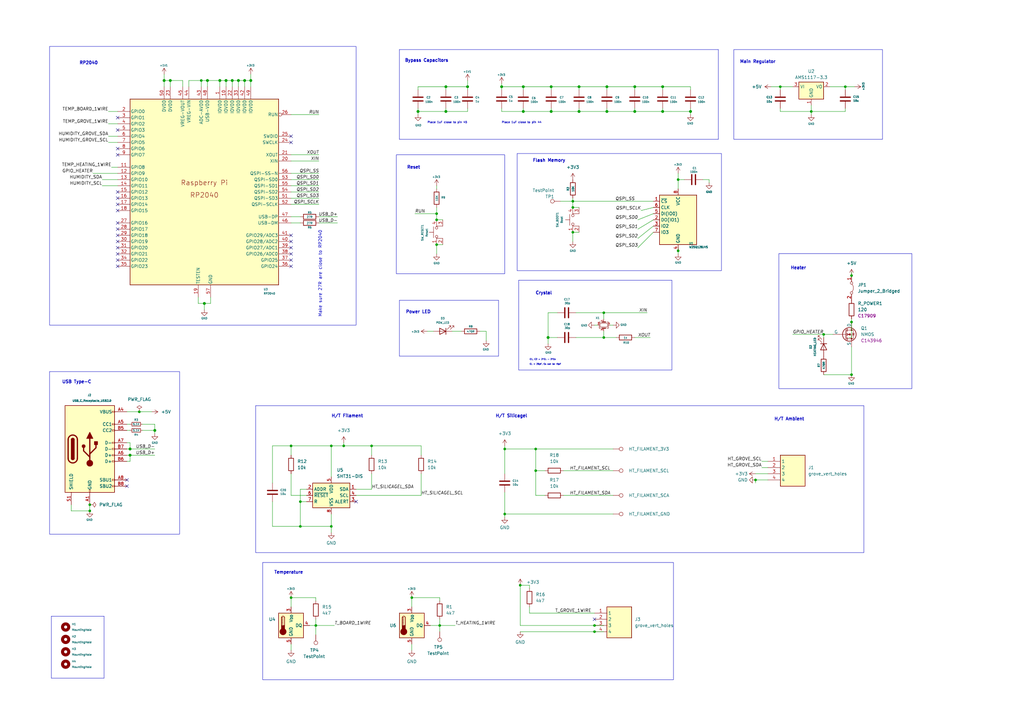
<source format=kicad_sch>
(kicad_sch (version 20230121) (generator eeschema)
  (paper "A3")
  (title_block (title "2023_filament_dryer") (date "2023-07-29") (rev "0.5") (company "Salami Brother") (comment 1 "Designed by Vishnu Mohanan") (comment 2 "Copyright 2021-2023 CIRCUITSTATE Electronics LLP") (comment 3 "Released under MIT Open-source License") (comment 4 "Based on work from Vishnu Mohanan, CIRCUITSTATE Electronics LLP"))
  (junction (at 237.49 35.56) (diameter 1.016))
  (junction (at 69.85 33.02) (diameter 1.016))
  (junction (at 224.79 138.43) (diameter 1.016))
  (junction (at 237.49 45.72) (diameter 1.016))
  (junction (at 349.25 132.08))
  (junction (at 226.06 45.72) (diameter 1.016))
  (junction (at 271.78 45.72) (diameter 1.016))
  (junction (at 179.07 90.17))
  (junction (at 260.35 45.72) (diameter 1.016))
  (junction (at 320.04 35.56))
  (junction (at 180.34 256.54))
  (junction (at 243.84 259.08))
  (junction (at 123.19 205.74))
  (junction (at 83.82 124.46) (diameter 1.016))
  (junction (at 140.97 182.88))
  (junction (at 234.95 85.09))
  (junction (at 123.19 215.9))
  (junction (at 243.84 256.54))
  (junction (at 53.34 186.69) (diameter 1.016))
  (junction (at 82.55 33.02))
  (junction (at 205.74 35.56) (diameter 1.016))
  (junction (at 260.35 35.56) (diameter 1.016))
  (junction (at 102.87 33.02) (diameter 1.016))
  (junction (at 171.45 45.72) (diameter 1.016))
  (junction (at 349.25 113.03))
  (junction (at 234.95 82.55))
  (junction (at 278.13 102.87))
  (junction (at 214.63 45.72) (diameter 1.016))
  (junction (at 346.71 35.56))
  (junction (at 248.92 35.56) (diameter 1.016))
  (junction (at 207.01 210.82))
  (junction (at 36.83 209.55))
  (junction (at 92.71 33.02) (diameter 1.016))
  (junction (at 179.07 100.33))
  (junction (at 219.71 193.04))
  (junction (at 213.36 240.03))
  (junction (at 53.34 184.15) (diameter 1.016))
  (junction (at 309.88 196.85))
  (junction (at 191.77 35.56) (diameter 1.016))
  (junction (at 207.01 184.15))
  (junction (at 182.88 35.56) (diameter 1.016))
  (junction (at 135.89 182.88))
  (junction (at 129.54 256.54))
  (junction (at 97.79 33.02) (diameter 1.016))
  (junction (at 214.63 35.56) (diameter 1.016))
  (junction (at 57.15 168.91))
  (junction (at 168.91 245.11))
  (junction (at 152.4 182.88))
  (junction (at 100.33 33.02) (diameter 1.016))
  (junction (at 67.31 33.02) (diameter 1.016))
  (junction (at 119.38 182.88))
  (junction (at 337.82 137.16))
  (junction (at 95.25 33.02) (diameter 1.016))
  (junction (at 332.74 45.72))
  (junction (at 248.92 45.72) (diameter 1.016))
  (junction (at 135.89 215.9))
  (junction (at 349.25 153.67))
  (junction (at 85.09 33.02) (diameter 1.016))
  (junction (at 271.78 35.56) (diameter 1.016))
  (junction (at 247.65 138.43))
  (junction (at 278.13 73.66))
  (junction (at 179.07 87.63))
  (junction (at 90.17 33.02) (diameter 1.016))
  (junction (at 219.71 184.15))
  (junction (at 234.95 95.25))
  (junction (at 226.06 35.56) (diameter 1.016))
  (junction (at 283.21 45.72) (diameter 1.016))
  (junction (at 182.88 45.72) (diameter 1.016))
  (junction (at 119.38 245.11))
  (junction (at 63.5 176.53) (diameter 1.016))
  (junction (at 36.83 207.01))
  (junction (at 247.65 128.27))
  (no_connect (at 48.26 109.22))
  (no_connect (at 48.26 96.52))
  (no_connect (at 48.26 99.06))
  (no_connect (at 52.07 196.85))
  (no_connect (at 52.07 199.39))
  (no_connect (at 48.26 86.36))
  (no_connect (at 48.26 91.44))
  (no_connect (at 48.26 60.96))
  (no_connect (at 119.38 109.22))
  (no_connect (at 119.38 58.42))
  (no_connect (at 48.26 48.26))
  (no_connect (at 48.26 81.28))
  (no_connect (at 119.38 99.06))
  (no_connect (at 146.05 205.74))
  (no_connect (at 48.26 101.6))
  (no_connect (at 48.26 104.14))
  (no_connect (at 48.26 106.68))
  (no_connect (at 48.26 78.74))
  (no_connect (at 119.38 101.6))
  (no_connect (at 48.26 63.5))
  (no_connect (at 48.26 93.98))
  (no_connect (at 119.38 104.14))
  (no_connect (at 48.26 83.82))
  (no_connect (at 243.84 254))
  (no_connect (at 119.38 106.68))
  (no_connect (at 48.26 53.34))
  (no_connect (at 119.38 96.52))
  (no_connect (at 119.38 55.88))
  (wire (pts (xy 119.38 66.04) (xy 130.81 66.04)))
  (wire (pts (xy 248.92 36.83) (xy 248.92 35.56)))
  (wire (pts (xy 179.07 100.33) (xy 179.07 104.14)))
  (wire (pts (xy 191.77 44.45) (xy 191.77 45.72)))
  (wire (pts (xy 191.77 45.72) (xy 182.88 45.72)))
  (wire (pts (xy 119.38 78.74) (xy 130.81 78.74)))
  (polyline (pts (xy 42.672 252.73) (xy 42.672 278.13)))
  (wire (pts (xy 236.22 138.43) (xy 247.65 138.43)))
  (wire (pts (xy 237.49 35.56) (xy 248.92 35.56)))
  (wire (pts (xy 314.96 189.23) (xy 312.42 189.23)))
  (wire (pts (xy 180.34 254) (xy 180.34 256.54)))
  (wire (pts (xy 271.78 45.72) (xy 283.21 45.72)))
  (wire (pts (xy 234.95 82.55) (xy 234.95 85.09)))
  (wire (pts (xy 278.13 102.87) (xy 278.13 104.14)))
  (wire (pts (xy 175.26 135.89) (xy 177.8 135.89)))
  (wire (pts (xy 278.13 71.12) (xy 278.13 73.66)))
  (wire (pts (xy 180.34 246.38) (xy 180.34 245.11)))
  (wire (pts (xy 152.4 194.31) (xy 152.4 200.66)))
  (wire (pts (xy 182.88 36.83) (xy 182.88 35.56)))
  (wire (pts (xy 67.31 30.48) (xy 67.31 33.02)))
  (wire (pts (xy 67.31 33.02) (xy 67.31 35.56)))
  (wire (pts (xy 228.6 138.43) (xy 224.79 138.43)))
  (wire (pts (xy 231.14 193.04) (xy 251.46 193.04)))
  (wire (pts (xy 320.04 45.72) (xy 332.74 45.72)))
  (wire (pts (xy 248.92 35.56) (xy 260.35 35.56)))
  (wire (pts (xy 170.18 87.63) (xy 179.07 87.63)))
  (wire (pts (xy 214.63 35.56) (xy 226.06 35.56)))
  (wire (pts (xy 224.79 138.43) (xy 224.79 140.97)))
  (wire (pts (xy 119.38 264.16) (xy 119.38 266.7)))
  (wire (pts (xy 267.97 95.25) (xy 261.62 101.6)))
  (wire (pts (xy 83.82 124.46) (xy 86.36 124.46)))
  (wire (pts (xy 86.36 124.46) (xy 86.36 121.92)))
  (wire (pts (xy 179.07 87.63) (xy 179.07 90.17)))
  (wire (pts (xy 207.01 184.15) (xy 207.01 194.31)))
  (wire (pts (xy 267.97 85.09) (xy 262.89 86.36)))
  (wire (pts (xy 41.91 76.2) (xy 48.26 76.2)))
  (wire (pts (xy 185.42 135.89) (xy 189.23 135.89)))
  (wire (pts (xy 135.89 195.58) (xy 135.89 182.88)))
  (wire (pts (xy 267.97 90.17) (xy 261.62 93.98)))
  (wire (pts (xy 332.74 43.18) (xy 332.74 45.72)))
  (wire (pts (xy 146.05 203.2) (xy 172.72 203.2)))
  (wire (pts (xy 199.39 135.89) (xy 199.39 139.7)))
  (wire (pts (xy 196.85 135.89) (xy 199.39 135.89)))
  (wire (pts (xy 85.09 33.02) (xy 90.17 33.02)))
  (wire (pts (xy 52.07 168.91) (xy 57.15 168.91)))
  (wire (pts (xy 271.78 45.72) (xy 260.35 45.72)))
  (wire (pts (xy 102.87 30.48) (xy 102.87 33.02)))
  (wire (pts (xy 125.73 200.66) (xy 123.19 200.66)))
  (wire (pts (xy 129.54 245.11) (xy 119.38 245.11)))
  (polyline (pts (xy 294.64 20.32) (xy 294.64 57.15)))
  (wire (pts (xy 237.49 45.72) (xy 226.06 45.72)))
  (wire (pts (xy 219.71 203.2) (xy 219.71 193.04)))
  (wire (pts (xy 152.4 182.88) (xy 172.72 182.88)))
  (wire (pts (xy 111.76 215.9) (xy 123.19 215.9)))
  (wire (pts (xy 52.07 176.53) (xy 53.34 176.53)))
  (wire (pts (xy 179.07 85.09) (xy 179.07 87.63)))
  (wire (pts (xy 207.01 210.82) (xy 251.46 210.82)))
  (polyline (pts (xy 163.83 123.19) (xy 163.83 146.05)))
  (wire (pts (xy 247.65 128.27) (xy 265.43 128.27)))
  (wire (pts (xy 111.76 182.88) (xy 111.76 198.12)))
  (wire (pts (xy 205.74 44.45) (xy 205.74 45.72)))
  (wire (pts (xy 205.74 45.72) (xy 214.63 45.72)))
  (wire (pts (xy 271.78 44.45) (xy 271.78 45.72)))
  (wire (pts (xy 186.69 256.54) (xy 180.34 256.54)))
  (wire (pts (xy 260.35 138.43) (xy 266.7 138.43)))
  (wire (pts (xy 278.13 73.66) (xy 280.67 73.66)))
  (wire (pts (xy 45.72 68.58) (xy 48.26 68.58)))
  (wire (pts (xy 260.35 36.83) (xy 260.35 35.56)))
  (wire (pts (xy 135.89 215.9) (xy 135.89 218.44)))
  (wire (pts (xy 182.88 45.72) (xy 182.88 44.45)))
  (wire (pts (xy 140.97 182.88) (xy 152.4 182.88)))
  (wire (pts (xy 312.42 191.77) (xy 314.96 191.77)))
  (wire (pts (xy 119.38 71.12) (xy 130.81 71.12)))
  (wire (pts (xy 36.83 207.01) (xy 36.83 209.55)))
  (wire (pts (xy 123.19 205.74) (xy 123.19 215.9)))
  (wire (pts (xy 152.4 186.69) (xy 152.4 182.88)))
  (wire (pts (xy 349.25 138.43) (xy 347.98 138.43)))
  (wire (pts (xy 29.21 207.01) (xy 29.21 209.55)))
  (wire (pts (xy 29.21 209.55) (xy 36.83 209.55)))
  (wire (pts (xy 337.82 153.67) (xy 349.25 153.67)))
  (wire (pts (xy 316.23 35.56) (xy 320.04 35.56)))
  (wire (pts (xy 146.05 200.66) (xy 152.4 200.66)))
  (wire (pts (xy 58.42 173.99) (xy 63.5 173.99)))
  (wire (pts (xy 63.5 173.99) (xy 63.5 176.53)))
  (wire (pts (xy 346.71 44.45) (xy 346.71 45.72)))
  (wire (pts (xy 130.81 88.9) (xy 138.43 88.9)))
  (wire (pts (xy 320.04 44.45) (xy 320.04 45.72)))
  (wire (pts (xy 267.97 92.71) (xy 261.62 97.79)))
  (polyline (pts (xy 42.672 278.13) (xy 21.082 278.13)))
  (wire (pts (xy 123.19 205.74) (xy 125.73 205.74)))
  (wire (pts (xy 325.12 35.56) (xy 320.04 35.56)))
  (wire (pts (xy 171.45 45.72) (xy 182.88 45.72)))
  (wire (pts (xy 332.74 45.72) (xy 346.71 45.72)))
  (wire (pts (xy 172.72 194.31) (xy 172.72 203.2)))
  (wire (pts (xy 119.38 194.31) (xy 119.38 203.2)))
  (wire (pts (xy 247.65 138.43) (xy 252.73 138.43)))
  (wire (pts (xy 346.71 36.83) (xy 346.71 35.56)))
  (wire (pts (xy 135.89 182.88) (xy 119.38 182.88)))
  (wire (pts (xy 337.82 137.16) (xy 325.12 137.16)))
  (wire (pts (xy 111.76 215.9) (xy 111.76 205.74)))
  (wire (pts (xy 180.34 256.54) (xy 176.53 256.54)))
  (wire (pts (xy 260.35 45.72) (xy 248.92 45.72)))
  (wire (pts (xy 38.1 71.12) (xy 48.26 71.12)))
  (wire (pts (xy 191.77 35.56) (xy 191.77 36.83)))
  (wire (pts (xy 207.01 182.88) (xy 207.01 184.15)))
  (wire (pts (xy 260.35 35.56) (xy 271.78 35.56)))
  (wire (pts (xy 44.45 55.88) (xy 48.26 55.88)))
  (wire (pts (xy 226.06 35.56) (xy 237.49 35.56)))
  (wire (pts (xy 247.65 135.89) (xy 247.65 138.43)))
  (wire (pts (xy 119.38 76.2) (xy 130.81 76.2)))
  (wire (pts (xy 271.78 36.83) (xy 271.78 35.56)))
  (wire (pts (xy 140.97 181.61) (xy 140.97 182.88)))
  (wire (pts (xy 349.25 142.24) (xy 349.25 153.67)))
  (wire (pts (xy 119.38 248.92) (xy 119.38 245.11)))
  (wire (pts (xy 180.34 259.08) (xy 180.34 256.54)))
  (wire (pts (xy 191.77 33.02) (xy 191.77 35.56)))
  (wire (pts (xy 119.38 81.28) (xy 130.81 81.28)))
  (wire (pts (xy 140.97 182.88) (xy 135.89 182.88)))
  (wire (pts (xy 214.63 36.83) (xy 214.63 35.56)))
  (wire (pts (xy 123.19 215.9) (xy 135.89 215.9)))
  (wire (pts (xy 219.71 184.15) (xy 251.46 184.15)))
  (wire (pts (xy 346.71 35.56) (xy 340.36 35.56)))
  (wire (pts (xy 237.49 44.45) (xy 237.49 45.72)))
  (wire (pts (xy 205.74 35.56) (xy 205.74 36.83)))
  (wire (pts (xy 119.38 91.44) (xy 123.19 91.44)))
  (wire (pts (xy 130.81 91.44) (xy 138.43 91.44)))
  (polyline (pts (xy 163.83 20.32) (xy 163.83 57.15)))
  (wire (pts (xy 349.25 130.81) (xy 349.25 132.08)))
  (wire (pts (xy 137.16 256.54) (xy 129.54 256.54)))
  (wire (pts (xy 237.49 36.83) (xy 237.49 35.56)))
  (polyline (pts (xy 163.83 123.19) (xy 204.47 123.19)))
  (wire (pts (xy 77.47 33.02) (xy 82.55 33.02)))
  (wire (pts (xy 58.42 176.53) (xy 63.5 176.53)))
  (wire (pts (xy 63.5 176.53) (xy 63.5 177.8)))
  (wire (pts (xy 135.89 210.82) (xy 135.89 215.9)))
  (polyline (pts (xy 21.082 252.73) (xy 42.672 252.73)))
  (wire (pts (xy 250.19 133.35) (xy 251.46 133.35)))
  (wire (pts (xy 182.88 35.56) (xy 191.77 35.56)))
  (wire (pts (xy 226.06 36.83) (xy 226.06 35.56)))
  (wire (pts (xy 314.96 196.85) (xy 309.88 196.85)))
  (wire (pts (xy 332.74 45.72) (xy 332.74 46.99)))
  (wire (pts (xy 77.47 35.56) (xy 77.47 33.02)))
  (wire (pts (xy 171.45 45.72) (xy 171.45 46.99)))
  (wire (pts (xy 350.52 35.56) (xy 346.71 35.56)))
  (wire (pts (xy 234.95 95.25) (xy 237.49 95.25)))
  (wire (pts (xy 171.45 35.56) (xy 182.88 35.56)))
  (wire (pts (xy 57.15 168.91) (xy 62.23 168.91)))
  (wire (pts (xy 179.07 100.33) (xy 181.61 100.33)))
  (wire (pts (xy 119.38 88.9) (xy 123.19 88.9)))
  (wire (pts (xy 217.17 251.46) (xy 243.84 251.46)))
  (wire (pts (xy 81.28 124.46) (xy 81.28 121.92)))
  (wire (pts (xy 83.82 124.46) (xy 81.28 124.46)))
  (wire (pts (xy 83.82 127) (xy 83.82 124.46)))
  (wire (pts (xy 271.78 35.56) (xy 283.21 35.56)))
  (polyline (pts (xy 204.47 146.05) (xy 163.83 146.05)))
  (wire (pts (xy 226.06 44.45) (xy 226.06 45.72)))
  (wire (pts (xy 119.38 46.99) (xy 130.81 46.99)))
  (wire (pts (xy 341.63 137.16) (xy 337.82 137.16)))
  (wire (pts (xy 217.17 240.03) (xy 213.36 240.03)))
  (wire (pts (xy 226.06 45.72) (xy 214.63 45.72)))
  (wire (pts (xy 283.21 45.72) (xy 283.21 46.99)))
  (wire (pts (xy 337.82 138.43) (xy 337.82 137.16)))
  (wire (pts (xy 52.07 181.61) (xy 53.34 181.61)))
  (wire (pts (xy 53.34 181.61) (xy 53.34 184.15)))
  (polyline (pts (xy 21.082 252.73) (xy 21.082 278.13)))
  (wire (pts (xy 320.04 35.56) (xy 320.04 36.83)))
  (wire (pts (xy 219.71 193.04) (xy 223.52 193.04)))
  (wire (pts (xy 243.84 133.35) (xy 245.11 133.35)))
  (wire (pts (xy 248.92 44.45) (xy 248.92 45.72)))
  (wire (pts (xy 278.13 73.66) (xy 278.13 77.47)))
  (wire (pts (xy 168.91 264.16) (xy 168.91 266.7)))
  (wire (pts (xy 44.45 58.42) (xy 48.26 58.42)))
  (wire (pts (xy 100.33 33.02) (xy 100.33 35.56)))
  (wire (pts (xy 119.38 83.82) (xy 130.81 83.82)))
  (wire (pts (xy 172.72 182.88) (xy 172.72 186.69)))
  (wire (pts (xy 100.33 33.02) (xy 102.87 33.02)))
  (wire (pts (xy 102.87 35.56) (xy 102.87 33.02)))
  (wire (pts (xy 234.95 81.28) (xy 234.95 82.55)))
  (wire (pts (xy 207.01 184.15) (xy 219.71 184.15)))
  (wire (pts (xy 247.65 128.27) (xy 247.65 130.81)))
  (wire (pts (xy 52.07 186.69) (xy 53.34 186.69)))
  (wire (pts (xy 53.34 186.69) (xy 63.5 186.69)))
  (wire (pts (xy 123.19 200.66) (xy 123.19 205.74)))
  (wire (pts (xy 119.38 182.88) (xy 119.38 186.69)))
  (wire (pts (xy 52.07 173.99) (xy 53.34 173.99)))
  (wire (pts (xy 129.54 246.38) (xy 129.54 245.11)))
  (polyline (pts (xy 294.64 57.15) (xy 163.83 57.15)))
  (wire (pts (xy 207.01 201.93) (xy 207.01 210.82)))
  (wire (pts (xy 180.34 245.11) (xy 168.91 245.11)))
  (wire (pts (xy 309.88 194.31) (xy 314.96 194.31)))
  (wire (pts (xy 288.29 73.66) (xy 290.83 73.66)))
  (wire (pts (xy 290.83 73.66) (xy 290.83 74.93)))
  (wire (pts (xy 223.52 203.2) (xy 219.71 203.2)))
  (wire (pts (xy 217.17 248.92) (xy 217.17 251.46)))
  (wire (pts (xy 267.97 87.63) (xy 261.62 90.17)))
  (wire (pts (xy 171.45 44.45) (xy 171.45 45.72)))
  (wire (pts (xy 111.76 182.88) (xy 119.38 182.88)))
  (wire (pts (xy 129.54 260.35) (xy 129.54 256.54)))
  (wire (pts (xy 82.55 35.56) (xy 82.55 33.02)))
  (wire (pts (xy 214.63 44.45) (xy 214.63 45.72)))
  (wire (pts (xy 283.21 44.45) (xy 283.21 45.72)))
  (wire (pts (xy 44.45 45.72) (xy 48.26 45.72)))
  (wire (pts (xy 213.36 240.03) (xy 213.36 256.54)))
  (wire (pts (xy 234.95 99.06) (xy 234.95 95.25)))
  (wire (pts (xy 217.17 241.3) (xy 217.17 240.03)))
  (wire (pts (xy 85.09 35.56) (xy 85.09 33.02)))
  (wire (pts (xy 129.54 254) (xy 129.54 256.54)))
  (wire (pts (xy 205.74 34.29) (xy 205.74 35.56)))
  (wire (pts (xy 213.36 256.54) (xy 243.84 256.54)))
  (polyline (pts (xy 204.47 123.19) (xy 204.47 146.05)))
  (wire (pts (xy 247.65 256.54) (xy 243.84 256.54)))
  (wire (pts (xy 168.91 248.92) (xy 168.91 245.11)))
  (wire (pts (xy 205.74 35.56) (xy 214.63 35.56)))
  (wire (pts (xy 82.55 33.02) (xy 85.09 33.02)))
  (wire (pts (xy 309.88 196.85) (xy 309.88 198.12)))
  (wire (pts (xy 231.14 203.2) (xy 251.46 203.2)))
  (wire (pts (xy 229.87 82.55) (xy 234.95 82.55)))
  (wire (pts (xy 97.79 35.56) (xy 97.79 33.02)))
  (wire (pts (xy 228.6 128.27) (xy 224.79 128.27)))
  (wire (pts (xy 41.91 73.66) (xy 48.26 73.66)))
  (wire (pts (xy 67.31 33.02) (xy 69.85 33.02)))
  (wire (pts (xy 69.85 35.56) (xy 69.85 33.02)))
  (wire (pts (xy 119.38 203.2) (xy 125.73 203.2)))
  (wire (pts (xy 247.65 259.08) (xy 243.84 259.08)))
  (wire (pts (xy 44.45 50.8) (xy 48.26 50.8)))
  (wire (pts (xy 349.25 113.03) (xy 349.25 111.76)))
  (wire (pts (xy 92.71 33.02) (xy 95.25 33.02)))
  (wire (pts (xy 95.25 33.02) (xy 97.79 33.02)))
  (wire (pts (xy 95.25 35.56) (xy 95.25 33.02)))
  (wire (pts (xy 97.79 33.02) (xy 100.33 33.02)))
  (wire (pts (xy 52.07 189.23) (xy 53.34 189.23)))
  (wire (pts (xy 53.34 189.23) (xy 53.34 186.69)))
  (wire (pts (xy 234.95 85.09) (xy 237.49 85.09)))
  (wire (pts (xy 52.07 184.15) (xy 53.34 184.15)))
  (wire (pts (xy 53.34 184.15) (xy 63.5 184.15)))
  (wire (pts (xy 349.25 132.08) (xy 349.25 138.43)))
  (wire (pts (xy 74.93 33.02) (xy 69.85 33.02)))
  (wire (pts (xy 74.93 35.56) (xy 74.93 33.02)))
  (wire (pts (xy 236.22 128.27) (xy 247.65 128.27)))
  (wire (pts (xy 224.79 128.27) (xy 224.79 138.43)))
  (wire (pts (xy 119.38 73.66) (xy 130.81 73.66)))
  (wire (pts (xy 179.07 90.17) (xy 181.61 90.17)))
  (polyline (pts (xy 163.83 20.32) (xy 294.64 20.32)))
  (wire (pts (xy 90.17 33.02) (xy 92.71 33.02)))
  (wire (pts (xy 92.71 35.56) (xy 92.71 33.02)))
  (wire (pts (xy 248.92 45.72) (xy 237.49 45.72)))
  (wire (pts (xy 179.07 76.2) (xy 179.07 77.47)))
  (wire (pts (xy 219.71 193.04) (xy 219.71 184.15)))
  (wire (pts (xy 171.45 36.83) (xy 171.45 35.56)))
  (wire (pts (xy 260.35 44.45) (xy 260.35 45.72)))
  (wire (pts (xy 129.54 256.54) (xy 127 256.54)))
  (wire (pts (xy 283.21 36.83) (xy 283.21 35.56)))
  (wire (pts (xy 278.13 101.6) (xy 278.13 102.87)))
  (wire (pts (xy 119.38 63.5) (xy 130.81 63.5)))
  (wire (pts (xy 234.95 82.55) (xy 267.97 82.55)))
  (wire (pts (xy 213.36 259.08) (xy 243.84 259.08)))
  (wire (pts (xy 90.17 35.56) (xy 90.17 33.02)))
  (wire (pts (xy 207.01 210.82) (xy 207.01 212.09)))
  (rectangle (start 104.8444 166.37) (end 354.33 226.6368))
  (rectangle (start 212.09 62.9609) (end 295.91 110.998))
  (rectangle (start 20.32 152.4) (end 73.66 219.075))
  (rectangle (start 162.56 63.5) (end 207.01 112.268))
  (rectangle (start 300.99 20.32) (end 361.95 57.15))
  (rectangle (start 20.32 19.05) (end 146.05 133.35))
  (rectangle (start 107.726 230.7057) (end 276.225 278.765))
  (rectangle (start 212.725 114.935) (end 275.59 151.765))
  (rectangle (start 319.4631 103.9997) (end 374.015 159.385))
  (text "USB Type-C" (at 25.4 157.48 0) (effects (font (size 1.27 1.27) (thickness 0.254) bold) (justify left bottom)))
  (text "Main Regulator" (at 303.403 26.162 0) (effects (font (size 1.27 1.27) (thickness 0.254) bold) (justify left bottom)))
  (text "RP2040" (at 32.512 26.67 0) (effects (font (size 1.27 1.27) (thickness 0.254) bold) (justify left bottom)))
  (text "Bypass Capacitors" (at 165.989 25.654 0) (effects (font (size 1.27 1.27) (thickness 0.254) bold) (justify left bottom)))
  (text "Place 1uF close to pin 45" (at 175.26 50.8 0) (effects (font (size 0.8 0.8)) (justify left bottom)))
  (text "H/T Ambient" (at 317.5 172.72 0) (effects (font (size 1.27 1.27) (thickness 0.254) bold) (justify left bottom)))
  (text "Heater" (at 324.2028 110.7282 0) (effects (font (size 1.27 1.27) (thickness 0.254) bold) (justify left bottom)))
  (text "Crystal" (at 219.583 121.031 0) (effects (font (size 1.27 1.27) (thickness 0.254) bold) (justify left bottom)))
  (text "Power LED" (at 166.37 128.778 0) (effects (font (size 1.27 1.27) (thickness 0.254) bold) (justify left bottom)))
  (text "Make sure 27R are close to RP2040" (at 132.08 130.175 90) (effects (font (size 1.27 1.27)) (justify left bottom)))
  (text "C1, C2 = 2*CL - 2*Cs\n\nCL = 20pF, Cs can be ~5pF" (at 217.17 149.86 0) (effects (font (size 0.6 0.6)) (justify left bottom)))
  (text "Reset" (at 166.878 69.469 0) (effects (font (size 1.27 1.27) (thickness 0.254) bold) (justify left bottom)))
  (text "Place 1uF close to pin 44" (at 205.74 50.8 0) (effects (font (size 0.8 0.8)) (justify left bottom)))
  (text "Flash Memory" (at 218.44 66.675 0) (effects (font (size 1.27 1.27) (thickness 0.254) bold) (justify left bottom)))
  (text "Temperature" (at 112.395 235.585 0) (effects (font (size 1.27 1.27) (thickness 0.254) bold) (justify left bottom)))
  (text "H/T Silicagel" (at 203.2 171.45 0) (effects (font (size 1.27 1.27) (thickness 0.254) bold) (justify left bottom)))
  (text "H/T Filament" (at 135.89 171.45 0) (effects (font (size 1.27 1.27) (thickness 0.254) bold) (justify left bottom)))
  (label "QSPI_SS" (at 260.35 82.55 180) (effects (font italic)))
  (label "HUMIDITY_GROVE_SDA" (at 44.45 55.88 180))
  (label "QSPI_SD3" (at 130.81 81.28 180) (effects (font italic)))
  (label "HUMIDITY_SCL" (at 41.91 76.2 180))
  (label "QSPI_SD1" (at 130.81 76.2 180) (effects (font italic)))
  (label "TEMP_BOARD_1WIRE" (at 44.45 45.72 180))
  (label "RUN" (at 130.81 46.99 180) (effects (font italic)))
  (label "GPIO_HEATER" (at 325.12 137.16 0) (effects (font italic)))
  (label "HT_FILAMENT_SCL" (at 233.68 193.04 0) (effects (font italic)))
  (label "HT_SILICAGEL_SDA" (at 152.4 200.66 0) (effects (font italic)))
  (label "XOUT" (at 130.81 63.5 180) (effects (font italic)))
  (label "USB_D-" (at 63.5 184.15 180) (effects (font italic)))
  (label "GPIO_HEATER" (at 38.1 71.12 180))
  (label "HT_SILICAGEL_SCL" (at 172.72 203.2 0) (effects (font italic)))
  (label "USB_D+" (at 138.43 88.9 180) (effects (font italic)))
  (label "HUMIDITY_GROVE_SCL" (at 44.45 58.42 180))
  (label "QSPI_SCLK" (at 130.81 83.82 180) (effects (font italic)))
  (label "USB_D+" (at 63.5 186.69 180) (effects (font italic)))
  (label "XOUT" (at 266.7 138.43 180) (effects (font italic)))
  (label "QSPI_SD2" (at 261.62 97.79 180) (effects (font italic)))
  (label "T_BOARD_1WIRE" (at 137.16 256.54 0) (effects (font italic)))
  (label "T_GROVE_1WIRE" (at 242.57 251.46 180))
  (label "QSPI_SD0" (at 130.81 73.66 180) (effects (font italic)))
  (label "QSPI_SD1" (at 261.62 93.98 180) (effects (font italic)))
  (label "RUN" (at 170.18 87.63 0) (effects (font italic)))
  (label "TEMP_HEATING_1WIRE" (at 45.72 68.58 180))
  (label "HUMIDITY_SDA" (at 41.91 73.66 180))
  (label "XIN" (at 130.81 66.04 180) (effects (font italic)))
  (label "QSPI_SD3" (at 261.62 101.6 180) (effects (font italic)))
  (label "QSPI_SD2" (at 130.81 78.74 180) (effects (font italic)))
  (label "HT_FILAMENT_SDA" (at 233.68 203.2 0) (effects (font italic)))
  (label "XIN" (at 265.43 128.27 180) (effects (font italic)))
  (label "QSPI_SCLK" (at 262.89 86.36 180) (effects (font italic)))
  (label "QSPI_SS" (at 130.81 71.12 180) (effects (font italic)))
  (label "USB_D-" (at 138.43 91.44 180) (effects (font italic)))
  (label "TEMP_GROVE_1WIRE" (at 44.45 50.8 180))
  (label "HT_GROVE_SCL" (at 312.42 189.23 180))
  (label "HT_GROVE_SDA" (at 312.42 191.77 180))
  (label "T_HEATING_1WIRE" (at 186.69 256.54 0) (effects (font italic)))
  (label "QSPI_SD0" (at 261.62 90.17 180) (effects (font italic)))
  (symbol (lib_name "grove_vert_holes_1") (lib_id "00_project_library:grove_vert_holes_1") (at 314.96 189.23 0) (unit 1)
    (property "Reference" "J1" (at 331.47 191.77 0) (effects (justify left)))
    (property "Value" "grove_vert_holes" (at 331.47 194.31 0) (effects (justify left)))
    (property "Footprint" "00_project_library:grove_vert_holes" (effects hide))
    (property "Datasheet" "https://statics3.seeedstudio.com/images/opl/datasheet/3470130P1.pdf" (effects hide))
    (property "Height" "8.6" (effects hide))
    (property "Mouser Part Number" "713-110990030" (effects hide))
    (property "Mouser Price/Stock" "https://www.mouser.co.uk/ProductDetail/Seeed-Studio/110990030?qs=1%252B9yuXKSi8Dw9fpnq%252BdNzQ%3D%3D" (effects hide))
    (property "Manufacturer_Name" "Seeed Studio" (effects hide))
    (property "Manufacturer_Part_Number" "110990030" (effects hide))
  )
  (symbol (lib_id "power:GND") (at 283.21 46.99 0) (unit 1)
    (property "Reference" "#PWR08" (effects hide))
    (property "Value" "GND" (at 283.083 50.6222 0) (effects (font (size 0.8 0.8))))
  )
  (symbol (lib_id "00_project_library:SHT31-DIS") (at 135.89 203.2 0) (unit 1)
    (property "Reference" "U5" (at 138.0841 192.787 0) (effects (justify left)))
    (property "Value" "SHT31-DIS" (at 138.0841 195.327 0) (effects (justify left)))
    (property "Footprint" "00_project_library:SON50P250X250X90-9T110X180N" (effects hide))
    (property "Datasheet" "https://datasheet.lcsc.com/lcsc/2302021430_Sensirion-SHT31-DIS-B2-5kS_C80862.pdf" (effects hide))
    (property "JLC" "C80862" (effects hide))
  )
  (symbol (lib_id "power:GND") (at 243.84 133.35 270) (unit 1)
    (property "Reference" "#PWR09" (effects hide))
    (property "Value" "GND" (at 239.5728 133.477 90) (effects (font (size 0.8 0.8))))
  )
  (symbol (lib_id "00_project_library:USB_C_Receptacle_USB2.0") (at 36.83 184.15 0) (unit 1)
    (property "Reference" "J2" (at 36.703 162.052 0) (effects (font (size 0.8 0.8))))
    (property "Value" "USB_C_Receptacle_USB2.0" (at 37.719 164.338 0) (effects (font (size 0.8 0.8))))
    (property "Footprint" "00_project_library:USB_C_Receptacle_Palconn_UTC16-G" (effects hide))
    (property "Datasheet" "https://www.usb.org/sites/default/files/documents/usb_type-c.zip" (effects hide))
    (property "JLC" "C165948" (effects hide))
    (property "DigiKey" "https://www.digikey.com/en/products/detail/gct/USB4105-GF-A/11198441" (effects hide))
  )
  (symbol (lib_id "00_project_library:C") (at 232.41 128.27 270) (unit 1)
    (property "Reference" "C17" (at 231.2924 122.809 90) (effects (font (size 0.8 0.8)) (justify left)))
    (property "Value" "30p" (at 231.521 124.333 90) (effects (font (size 0.8 0.8)) (justify left)))
    (property "Footprint" "Capacitor_SMD:C_0402_1005Metric" (effects hide))
    (property "Datasheet" "https://www.digikey.com/en/products/detail/yageo/CC0402JRNPO9BN270/302753" (effects hide))
    (property "JLC" "C1570" (effects hide))
  )
  (symbol (lib_id "power:GND") (at 168.91 266.7 0) (unit 1)
    (property "Reference" "#PWR024" (effects hide))
    (property "Value" "GND" (at 168.91 271.3337 0))
  )
  (symbol (lib_id "00_project_library:C") (at 191.77 40.64 0) (unit 1)
    (property "Reference" "C4" (at 194.945 39.9796 0) (effects (font (size 0.8 0.8)) (justify left)))
    (property "Value" "1u" (at 194.945 41.529 0) (effects (font (size 0.8 0.8)) (justify left)))
    (property "Footprint" "Capacitor_SMD:C_0402_1005Metric_Pad0.74x0.62mm_HandSolder" (effects hide))
  )
  (symbol (lib_id "power:+3V3") (at 350.52 35.56 270) (unit 1)
    (property "Reference" "#PWR014" (effects hide))
    (property "Value" "+3V3" (at 354.1522 35.433 0) (effects (font (size 0.8 0.8))))
  )
  (symbol (lib_id "power:GND") (at 278.13 104.14 0) (unit 1)
    (property "Reference" "#PWR010" (effects hide))
    (property "Value" "GND" (at 278.13 107.696 0) (effects (font (size 0.8 0.8))))
  )
  (symbol (lib_id "00_project_library:grove_vert_holes") (at 243.84 251.46 0) (unit 1)
    (property "Reference" "J3" (at 260.35 254 0) (effects (justify left)))
    (property "Value" "grove_vert_holes" (at 260.35 256.54 0) (effects (justify left)))
    (property "Footprint" "00_project_library:grove_vert_holes" (effects hide))
    (property "Datasheet" "https://statics3.seeedstudio.com/images/opl/datasheet/3470130P1.pdf" (effects hide))
    (property "Height" "8.6" (effects hide))
    (property "Mouser Part Number" "713-110990030" (effects hide))
    (property "Mouser Price/Stock" "https://www.mouser.co.uk/ProductDetail/Seeed-Studio/110990030?qs=1%252B9yuXKSi8Dw9fpnq%252BdNzQ%3D%3D" (effects hide))
    (property "Manufacturer_Name" "Seeed Studio" (effects hide))
    (property "Manufacturer_Part_Number" "110990030" (effects hide))
  )
  (symbol (lib_id "00_project_library:R") (at 180.34 250.19 0) (unit 1)
    (property "Reference" "R1" (at 182.9055 248.92 0) (effects (justify left)))
    (property "Value" "4k7" (at 182.9055 251.46 0) (effects (justify left)))
    (property "Footprint" "Resistor_SMD:R_0402_1005Metric_Pad0.72x0.64mm_HandSolder" (effects hide))
  )
  (symbol (lib_id "00_project_library:R") (at 227.33 203.2 90) (unit 1)
    (property "Reference" "R17" (at 227.33 196.85 90))
    (property "Value" "10k" (at 227.33 199.39 90))
    (property "Footprint" "Resistor_SMD:R_0402_1005Metric_Pad0.72x0.64mm_HandSolder" (effects hide))
  )
  (symbol (lib_id "power:+3V3") (at 140.97 181.61 0) (unit 1)
    (property "Reference" "#PWR035" (effects hide))
    (property "Value" "+3V3" (at 140.97 176.53 0))
  )
  (symbol (lib_id "00_project_library:R") (at 227.33 193.04 90) (unit 1)
    (property "Reference" "R18" (at 227.33 186.69 90))
    (property "Value" "10k" (at 227.33 189.23 90))
    (property "Footprint" "Resistor_SMD:R_0402_1005Metric_Pad0.72x0.64mm_HandSolder" (effects hide))
  )
  (symbol (lib_id "power:+3V3") (at 309.88 194.31 90) (unit 1)
    (property "Reference" "#PWR037" (effects hide))
    (property "Value" "+3V3" (at 306.705 194.31 90) (effects (justify left)))
  )
  (symbol (lib_id "Connector:TestPoint") (at 180.34 259.08 180) (unit 1)
    (property "Reference" "TP5" (at 181.61 265.43 0) (effects (justify left)))
    (property "Value" "TestPoint" (at 184.15 267.97 0) (effects (justify left)))
    (property "Footprint" "TestPoint:TestPoint_Pad_D2.5mm" (effects hide))
  )
  (symbol (lib_id "00_project_library:DS18B20Z") (at 168.91 256.54 0) (unit 1)
    (property "Reference" "U6" (at 162.56 256.54 0) (effects (justify right)))
    (property "Value" "DS18B20Z" (effects hide))
    (property "Footprint" "Package_SO:SOIC-8_3.9x4.9mm_P1.27mm" (effects hide))
    (property "Datasheet" "http://datasheets.maximintegrated.com/en/ds/DS18B20.pdf" (effects hide))
    (property "JLC Part" "C695837" (effects hide))
  )
  (symbol (lib_id "power:GND") (at 332.74 46.99 0) (unit 1)
    (property "Reference" "#PWR020" (effects hide))
    (property "Value" "GND" (at 332.74 50.8 0) (effects (font (size 0.8 0.8))))
  )
  (symbol (lib_id "00_project_library:W25Q128JVS") (at 278.13 90.17 0) (unit 1)
    (property "Reference" "U1" (at 283.464 99.822 0) (effects (font (size 0.8 0.8))))
    (property "Value" "W25Q128JVS" (at 286.512 101.346 0) (effects (font (size 0.8 0.8))))
    (property "Footprint" "Package_SO:SOIC-8_5.23x5.23mm_P1.27mm" (effects hide))
    (property "Datasheet" "http://www.winbond.com/resource-files/w25q128jv_dtr%20revc%2003272018%20plus.pdf" (effects hide))
    (property "JCL" "C97521" (effects hide))
  )
  (symbol (lib_id "00_project_library:NMOS") (at 346.71 137.16 0) (unit 1)
    (property "Reference" "Q1" (at 353.06 134.62 0) (effects (justify left)))
    (property "Value" "NMOS" (at 353.06 137.16 0) (effects (justify left)))
    (property "Footprint" "Package_TO_SOT_SMD:SOT-23" (effects hide))
    (property "Datasheet" "https://ngspice.sourceforge.io/docs/ngspice-manual.pdf" (effects hide))
    (property "Sim.Device" "NMOS" (effects hide))
    (property "Sim.Type" "VDMOS" (effects hide))
    (property "Sim.Pins" "1=D 2=G 3=S" (effects hide))
    (property "JLC Part" "C143946" (at 353.06 139.7 0) (effects (justify left)))
  )
  (symbol (lib_id "power:+3V3") (at 102.87 30.48 0) (unit 1)
    (property "Reference" "#PWR06" (effects hide))
    (property "Value" "+3V3" (at 102.743 26.8478 0) (effects (font (size 0.8 0.8))))
  )
  (symbol (lib_id "00_project_library:C") (at 226.06 40.64 0) (unit 1)
    (property "Reference" "C7" (at 229.489 39.9796 0) (effects (font (size 0.8 0.8)) (justify left)))
    (property "Value" "100n" (at 228.981 41.783 0) (effects (font (size 0.8 0.8)) (justify left)))
    (property "Footprint" "Capacitor_SMD:C_0402_1005Metric_Pad0.74x0.62mm_HandSolder" (effects hide))
  )
  (symbol (lib_id "00_project_library:RP2040") (at 53.34 116.84 0) (unit 1)
    (property "Reference" "U3" (at 108.966 118.618 0) (effects (font (size 0.8 0.8))))
    (property "Value" "RP2040" (at 110.49 120.396 0) (effects (font (size 0.8 0.8))))
    (property "Footprint" "00_project_library_circuitstate:RP2040-QFN-56" (effects hide))
    (property "Datasheet" "https://datasheets.raspberrypi.org/rp2040/rp2040-datasheet.pdf" (effects hide))
    (property "Author" "CIRCUITSTATE Electronics" (effects hide))
    (property "License" "CC BY 4.0" (effects hide))
    (property "Revision" "1.3" (effects hide))
  )
  (symbol (lib_id "00_project_library:C") (at 232.41 138.43 270) (unit 1)
    (property "Reference" "C18" (at 231.2924 132.969 90) (effects (font (size 0.8 0.8)) (justify left)))
    (property "Value" "30p" (at 231.521 134.493 90) (effects (font (size 0.8 0.8)) (justify left)))
    (property "Footprint" "Capacitor_SMD:C_0402_1005Metric" (effects hide))
    (property "Datasheet" "https://www.digikey.com/en/products/detail/yageo/CC0402JRNPO9BN270/302753" (effects hide))
    (property "JLC" "C1570" (effects hide))
  )
  (symbol (lib_id "00_project_library:R") (at 172.72 190.5 0) (unit 1)
    (property "Reference" "R14" (at 175.2855 189.23 0) (effects (justify left)))
    (property "Value" "10k" (at 175.2855 191.77 0) (effects (justify left)))
    (property "Footprint" "Resistor_SMD:R_0402_1005Metric_Pad0.72x0.64mm_HandSolder" (effects hide))
  )
  (symbol (lib_id "power:+3V3") (at 179.07 76.2 0) (unit 1)
    (property "Reference" "#PWR029" (effects hide))
    (property "Value" "+3V3" (at 178.943 72.5678 0) (effects (font (size 0.8 0.8))))
  )
  (symbol (lib_id "power:GND") (at 199.39 139.7 0) (unit 1)
    (property "Reference" "#PWR028" (effects hide))
    (property "Value" "GND" (at 199.263 143.3322 0) (effects (font (size 0.8 0.8))))
  )
  (symbol (lib_id "power:+3V3") (at 168.91 245.11 0) (unit 1)
    (property "Reference" "#PWR023" (effects hide))
    (property "Value" "+3V3" (at 168.783 241.4778 0) (effects (font (size 0.8 0.8))))
  )
  (symbol (lib_id "00_project_library:R_Small") (at 55.88 173.99 90) (unit 1)
    (property "Reference" "R3" (at 55.88 172.212 90) (effects (font (size 0.8 0.8))))
    (property "Value" "5.1K" (at 55.88 173.99 90) (effects (font (size 0.8 0.8))))
    (property "Footprint" "Resistor_SMD:R_0402_1005Metric_Pad0.72x0.64mm_HandSolder" (effects hide))
  )
  (symbol (lib_id "power:GND") (at 119.38 266.7 0) (unit 1)
    (property "Reference" "#PWR011" (effects hide))
    (property "Value" "GND" (at 119.38 271.3337 0))
  )
  (symbol (lib_id "Connector:TestPoint") (at 229.87 82.55 90) (unit 1)
    (property "Reference" "TP1" (at 227.33 80.645 90) (effects (justify left)))
    (property "Value" "TestPoint" (at 227.33 78.105 90) (effects (justify left)))
    (property "Footprint" "TestPoint:TestPoint_Pad_D2.5mm" (effects hide))
  )
  (symbol (lib_id "00_project_library:C") (at 284.48 73.66 90) (unit 1)
    (property "Reference" "C1" (at 285.7246 68.961 90) (effects (font (size 0.8 0.8)) (justify left)))
    (property "Value" "100n" (at 286.131 70.485 90) (effects (font (size 0.8 0.8)) (justify left)))
    (property "Footprint" "Capacitor_SMD:C_0402_1005Metric_Pad0.74x0.62mm_HandSolder" (effects hide))
  )
  (symbol (lib_id "00_project_library:C") (at 111.76 201.93 0) (unit 1)
    (property "Reference" "C20" (at 114.935 201.0156 0) (effects (font (size 0.8 0.8)) (justify left)))
    (property "Value" "10u" (at 114.935 202.565 0) (effects (font (size 0.8 0.8)) (justify left)))
    (property "Footprint" "Capacitor_SMD:C_0603_1608Metric" (effects hide))
  )
  (symbol (lib_id "power:+5V") (at 349.25 113.03 0) (unit 1)
    (property "Reference" "#PWR012" (effects hide))
    (property "Value" "+5V" (at 349.25 107.95 0))
  )
  (symbol (lib_id "power:GND") (at 290.83 74.93 0) (unit 1)
    (property "Reference" "#PWR04" (effects hide))
    (property "Value" "GND" (at 290.83 78.74 0) (effects (font (size 0.8 0.8))))
  )
  (symbol (lib_id "power:GND") (at 171.45 46.99 0) (unit 1)
    (property "Reference" "#PWR07" (effects hide))
    (property "Value" "GND" (at 171.577 51.3842 0) (effects (font (size 0.8 0.8))))
  )
  (symbol (lib_id "00_project_library:R") (at 152.4 190.5 0) (unit 1)
    (property "Reference" "R13" (at 154.9655 189.23 0) (effects (justify left)))
    (property "Value" "10k" (at 154.9655 191.77 0) (effects (justify left)))
    (property "Footprint" "Resistor_SMD:R_0402_1005Metric_Pad0.72x0.64mm_HandSolder" (effects hide))
  )
  (symbol (lib_id "00_project_library:DS18B20Z") (at 119.38 256.54 0) (unit 1)
    (property "Reference" "U4" (at 113.03 254 0) (effects (justify right)))
    (property "Value" "DS18B20Z" (effects hide))
    (property "Footprint" "Package_SO:SOIC-8_3.9x4.9mm_P1.27mm" (effects hide))
    (property "Datasheet" "http://datasheets.maximintegrated.com/en/ds/DS18B20.pdf" (effects hide))
    (property "JLC Part" "C695837" (effects hide))
  )
  (symbol (lib_id "Connector:TestPoint") (at 251.46 193.04 270) (unit 1)
    (property "Reference" "HT_FILAMENT_SCL" (at 257.81 193.04 90) (effects (justify left)))
    (property "Value" "TestPoint" (effects hide))
    (property "Footprint" "TestPoint:TestPoint_Pad_D1.5mm" (effects hide))
  )
  (symbol (lib_id "00_project_library:C") (at 237.49 40.64 0) (unit 1)
    (property "Reference" "C8" (at 240.919 39.9796 0) (effects (font (size 0.8 0.8)) (justify left)))
    (property "Value" "100n" (at 240.411 41.783 0) (effects (font (size 0.8 0.8)) (justify left)))
    (property "Footprint" "Capacitor_SMD:C_0402_1005Metric_Pad0.74x0.62mm_HandSolder" (effects hide))
  )
  (symbol (lib_id "power:GND") (at 224.79 140.97 0) (unit 1)
    (property "Reference" "#PWR032" (effects hide))
    (property "Value" "GND" (at 224.917 144.6022 0) (effects (font (size 0.8 0.8))))
  )
  (symbol (lib_id "power:GND") (at 179.07 104.14 0) (unit 1)
    (property "Reference" "#PWR033" (effects hide))
    (property "Value" "GND" (at 179.07 107.95 0) (effects (font (size 0.8 0.8))))
  )
  (symbol (lib_id "00_project_library:R") (at 179.07 81.28 0) (unit 1)
    (property "Reference" "R9" (at 181.8132 81.026 0) (effects (font (size 0.8 0.8))))
    (property "Value" "10K" (at 179.1716 81.28 90) (effects (font (size 0.8 0.8))))
    (property "Footprint" "Resistor_SMD:R_0402_1005Metric_Pad0.72x0.64mm_HandSolder" (effects hide))
  )
  (symbol (lib_id "00_project_library:C") (at 283.21 40.64 0) (unit 1)
    (property "Reference" "C12" (at 286.385 39.9796 0) (effects (font (size 0.8 0.8)) (justify left)))
    (property "Value" "100n" (at 286.131 41.783 0) (effects (font (size 0.8 0.8)) (justify left)))
    (property "Footprint" "Capacitor_SMD:C_0402_1005Metric_Pad0.74x0.62mm_HandSolder" (effects hide))
  )
  (symbol (lib_id "Connector:TestPoint") (at 129.54 260.35 180) (unit 1)
    (property "Reference" "TP4" (at 130.81 266.7 0) (effects (justify left)))
    (property "Value" "TestPoint" (at 133.35 269.24 0) (effects (justify left)))
    (property "Footprint" "TestPoint:TestPoint_Pad_D2.5mm" (effects hide))
  )
  (symbol (lib_id "power:GND") (at 36.83 209.55 0) (unit 1)
    (property "Reference" "#PWR022" (effects hide))
    (property "Value" "GND" (at 36.703 213.1822 0) (effects (font (size 0.8 0.8))))
  )
  (symbol (lib_id "00_project_library:R_Small") (at 55.88 176.53 90) (unit 1)
    (property "Reference" "R4" (at 55.88 178.308 90) (effects (font (size 0.8 0.8))))
    (property "Value" "5.1K" (at 55.88 176.53 90) (effects (font (size 0.8 0.8))))
    (property "Footprint" "Resistor_SMD:R_0402_1005Metric_Pad0.72x0.64mm_HandSolder" (effects hide))
  )
  (symbol (lib_id "power:GND") (at 309.88 196.85 270) (unit 1)
    (property "Reference" "#PWR036" (effects hide))
    (property "Value" "GND" (at 306.705 196.85 90) (effects (justify right)))
  )
  (symbol (lib_id "power:+3V3") (at 213.36 240.03 0) (unit 1)
    (property "Reference" "#PWR039" (effects hide))
    (property "Value" "+3V3" (at 215.9 238.76 0) (effects (justify left)))
  )
  (symbol (lib_id "00_project_library:C") (at 260.35 40.64 0) (unit 1)
    (property "Reference" "C10" (at 263.525 39.9796 0) (effects (font (size 0.8 0.8)) (justify left)))
    (property "Value" "100n" (at 263.271 41.783 0) (effects (font (size 0.8 0.8)) (justify left)))
    (property "Footprint" "Capacitor_SMD:C_0402_1005Metric_Pad0.74x0.62mm_HandSolder" (effects hide))
  )
  (symbol (lib_id "00_project_library:C") (at 214.63 40.64 0) (unit 1)
    (property "Reference" "C6" (at 218.059 40.2336 0) (effects (font (size 0.8 0.8)) (justify left)))
    (property "Value" "100n" (at 217.551 41.783 0) (effects (font (size 0.8 0.8)) (justify left)))
    (property "Footprint" "Capacitor_SMD:C_0402_1005Metric_Pad0.74x0.62mm_HandSolder" (effects hide))
  )
  (symbol (lib_id "power:GND") (at 349.25 153.67 0) (unit 1)
    (property "Reference" "#PWR027" (effects hide))
    (property "Value" "GND" (at 349.123 157.3022 0) (effects (font (size 0.8 0.8))))
  )
  (symbol (lib_id "00_project_library:R") (at 256.54 138.43 270) (unit 1)
    (property "Reference" "R10" (at 256.794 140.5382 90) (effects (font (size 0.8 0.8))))
    (property "Value" "1k" (at 256.54 138.5316 90) (effects (font (size 0.8 0.8))))
    (property "Footprint" "Resistor_SMD:R_0402_1005Metric_Pad0.72x0.64mm_HandSolder" (effects hide))
  )
  (symbol (lib_id "00_project_library:R") (at 119.38 190.5 0) (unit 1)
    (property "Reference" "R12" (at 121.9455 189.23 0) (effects (justify left)))
    (property "Value" "10k" (at 121.9455 191.77 0) (effects (justify left)))
    (property "Footprint" "Resistor_SMD:R_0402_1005Metric_Pad0.72x0.64mm_HandSolder" (effects hide))
  )
  (symbol (lib_id "00_project_library:MountingHole") (at 26.924 267.335 0) (unit 1)
    (property "Reference" "H3" (at 29.464 266.1666 0) (effects (font (size 0.8 0.8)) (justify left)))
    (property "Value" "MountingHole" (at 29.464 268.478 0) (effects (font (size 0.8 0.8)) (justify left)))
    (property "Footprint" "MountingHole:MountingHole_2.2mm_M2" (effects hide))
  )
  (symbol (lib_id "00_project_library:MountingHole") (at 26.924 257.175 0) (unit 1)
    (property "Reference" "H1" (at 29.464 256.0066 0) (effects (font (size 0.8 0.8)) (justify left)))
    (property "Value" "MountingHole" (at 29.464 258.318 0) (effects (font (size 0.8 0.8)) (justify left)))
    (property "Footprint" "MountingHole:MountingHole_2.2mm_M2" (effects hide))
  )
  (symbol (lib_id "00_project_library:C") (at 171.45 40.64 0) (unit 1)
    (property "Reference" "C2" (at 174.879 39.9796 0) (effects (font (size 0.8 0.8)) (justify left)))
    (property "Value" "100n" (at 174.371 41.783 0) (effects (font (size 0.8 0.8)) (justify left)))
    (property "Footprint" "Capacitor_SMD:C_0402_1005Metric_Pad0.74x0.62mm_HandSolder" (effects hide))
  )
  (symbol (lib_id "power:+3V3") (at 175.26 135.89 90) (unit 1)
    (property "Reference" "#PWR026" (effects hide))
    (property "Value" "+3V3" (at 170.3578 136.017 90) (effects (font (size 0.8 0.8))))
  )
  (symbol (lib_id "power:PWR_FLAG") (at 36.83 207.01 270) (unit 1)
    (property "Reference" "#FLG01" (effects hide))
    (property "Value" "PWR_FLAG" (at 40.64 207.01 90) (effects (justify left)))
  )
  (symbol (lib_id "power:GND") (at 234.95 99.06 0) (unit 1)
    (property "Reference" "#PWR038" (effects hide))
    (property "Value" "GND" (at 234.95 102.87 0) (effects (font (size 0.8 0.8))))
  )
  (symbol (lib_id "00_project_library:R") (at 193.04 135.89 270) (unit 1)
    (property "Reference" "R8" (at 193.04 133.9342 90) (effects (font (size 0.8 0.8))))
    (property "Value" "470R" (at 193.04 135.9916 90) (effects (font (size 0.8 0.8))))
    (property "Footprint" "Resistor_SMD:R_0402_1005Metric_Pad0.72x0.64mm_HandSolder" (effects hide))
  )
  (symbol (lib_id "power:GND") (at 213.36 259.08 0) (unit 1)
    (property "Reference" "#PWR040" (effects hide))
    (property "Value" "GND" (at 213.36 263.368 0))
  )
  (symbol (lib_id "power:+3V3") (at 119.38 245.11 0) (unit 1)
    (property "Reference" "#PWR013" (effects hide))
    (property "Value" "+3V3" (at 119.253 241.4778 0) (effects (font (size 0.8 0.8))))
  )
  (symbol (lib_id "00_project_library:R_POWER") (at 349.25 127 0) (unit 1)
    (property "Reference" "R_POWER1" (at 351.79 124.46 0) (effects (justify left)))
    (property "Value" "120" (at 351.79 127 0) (effects (justify left)))
    (property "Footprint" "Resistor_SMD:R_1206_3216Metric" (effects hide))
    (property "Datasheet" "https://datasheet.lcsc.com/lcsc/2206010145_UNI-ROYAL-Uniroyal-Elec-1206W4F1200T5E_C17909.pdf" (effects hide))
    (property "JLC Part" "C17909" (at 351.79 129.54 0) (effects (justify left)))
  )
  (symbol (lib_id "power:+3V3") (at 278.13 71.12 0) (unit 1)
    (property "Reference" "#PWR01" (effects hide))
    (property "Value" "+3V3" (at 278.003 67.4878 0) (effects (font (size 0.8 0.8))))
  )
  (symbol (lib_id "00_project_library:C") (at 205.74 40.64 0) (unit 1)
    (property "Reference" "C5" (at 208.661 39.7256 0) (effects (font (size 0.8 0.8)) (justify left)))
    (property "Value" "1u" (at 208.661 41.275 0) (effects (font (size 0.8 0.8)) (justify left)))
    (property "Footprint" "Capacitor_SMD:C_0402_1005Metric_Pad0.74x0.62mm_HandSolder" (effects hide))
  )
  (symbol (lib_id "00_project_library:C") (at 271.78 40.64 0) (unit 1)
    (property "Reference" "C11" (at 274.955 39.9796 0) (effects (font (size 0.8 0.8)) (justify left)))
    (property "Value" "100n" (at 274.701 41.783 0) (effects (font (size 0.8 0.8)) (justify left)))
    (property "Footprint" "Capacitor_SMD:C_0402_1005Metric_Pad0.74x0.62mm_HandSolder" (effects hide))
  )
  (symbol (lib_id "power:+1V1") (at 67.31 30.48 0) (unit 1)
    (property "Reference" "#PWR05" (effects hide))
    (property "Value" "+1V1" (at 67.183 26.8478 0) (effects (font (size 0.8 0.8))))
  )
  (symbol (lib_id "00_project_library:LED") (at 181.61 135.89 180) (unit 1)
    (property "Reference" "D3" (at 181.5465 130.556 0) (effects (font (size 0.8 0.8))))
    (property "Value" "POW_LED" (at 181.5465 132.334 0) (effects (font (size 0.8 0.8))))
    (property "Footprint" "LED_SMD:LED_0603_1608Metric" (effects hide))
    (property "JLC" "C2290" (effects hide))
  )
  (symbol (lib_id "Connector:TestPoint") (at 251.46 210.82 270) (unit 1)
    (property "Reference" "TP2" (effects hide))
    (property "Value" "HT_FILAMENT_GND" (at 257.81 210.82 90) (effects (justify left)))
    (property "Footprint" "TestPoint:TestPoint_Pad_D1.5mm" (effects hide))
  )
  (symbol (lib_id "00_project_library:C") (at 320.04 40.64 0) (unit 1)
    (property "Reference" "C13" (at 314.325 39.8526 0) (effects (font (size 0.8 0.8)) (justify left)))
    (property "Value" "10u" (at 314.325 41.656 0) (effects (font (size 0.8 0.8)) (justify left)))
    (property "Footprint" "Capacitor_SMD:C_0603_1608Metric" (effects hide))
  )
  (symbol (lib_id "power:+5V") (at 316.23 35.56 90) (unit 1)
    (property "Reference" "#PWR021" (effects hide))
    (property "Value" "+5V" (at 312.42 35.56 90) (effects (justify left)))
  )
  (symbol (lib_id "00_project_library:C") (at 248.92 40.64 0) (unit 1)
    (property "Reference" "C9" (at 252.349 39.9796 0) (effects (font (size 0.8 0.8)) (justify left)))
    (property "Value" "100n" (at 251.841 41.783 0) (effects (font (size 0.8 0.8)) (justify left)))
    (property "Footprint" "Capacitor_SMD:C_0402_1005Metric_Pad0.74x0.62mm_HandSolder" (effects hide))
  )
  (symbol (lib_id "00_project_library:MountingHole") (at 26.924 272.415 0) (unit 1)
    (property "Reference" "H4" (at 29.464 271.2466 0) (effects (font (size 0.8 0.8)) (justify left)))
    (property "Value" "MountingHole" (at 29.464 273.558 0) (effects (font (size 0.8 0.8)) (justify left)))
    (property "Footprint" "MountingHole:MountingHole_2.2mm_M2" (effects hide))
  )
  (symbol (lib_id "00_project_library:LED") (at 337.82 142.24 270) (unit 1)
    (property "Reference" "D2" (at 332.486 142.3035 0) (effects (font (size 0.8 0.8))))
    (property "Value" "HEATING_LED" (at 334.264 142.3035 0) (effects (font (size 0.8 0.8))))
    (property "Footprint" "LED_SMD:LED_0603_1608Metric" (effects hide))
    (property "JLC" "C2286" (effects hide))
  )
  (symbol (lib_id "power:GND") (at 83.82 127 0) (unit 1)
    (property "Reference" "#PWR025" (effects hide))
    (property "Value" "GND" (at 83.82 130.556 0) (effects (font (size 0.8 0.8))))
  )
  (symbol (lib_id "power:GND") (at 135.89 218.44 0) (unit 1)
    (property "Reference" "#PWR015" (effects hide))
    (property "Value" "GND" (at 135.89 222.728 0))
  )
  (symbol (lib_id "00_project_library:R") (at 127 88.9 270) (unit 1)
    (property "Reference" "R5" (at 127 87.1982 90) (effects (font (size 0.8 0.8))))
    (property "Value" "27R" (at 127 89.0016 90) (effects (font (size 0.8 0.8))))
    (property "Footprint" "Resistor_SMD:R_0402_1005Metric_Pad0.72x0.64mm_HandSolder" (effects hide))
  )
  (symbol (lib_id "00_project_library:C") (at 207.01 198.12 0) (unit 1)
    (property "Reference" "C14" (at 210.185 197.2056 0) (effects (font (size 0.8 0.8)) (justify left)))
    (property "Value" "10u" (at 210.185 198.755 0) (effects (font (size 0.8 0.8)) (justify left)))
    (property "Footprint" "Capacitor_SMD:C_0603_1608Metric" (effects hide))
  )
  (symbol (lib_id "power:GND") (at 251.46 133.35 90) (unit 1)
    (property "Reference" "#PWR031" (effects hide))
    (property "Value" "GND" (at 255.7272 133.223 90) (effects (font (size 0.8 0.8))))
  )
  (symbol (lib_id "power:GND") (at 207.01 212.09 0) (unit 1)
    (property "Reference" "#PWR018" (effects hide))
    (property "Value" "GND" (at 207.01 216.378 0))
  )
  (symbol (lib_id "power:+5V") (at 62.23 168.91 270) (unit 1)
    (property "Reference" "#PWR017" (effects hide))
    (property "Value" "+5V" (at 66.04 168.91 90) (effects (justify left)))
  )
  (symbol (lib_id "00_project_library:R") (at 217.17 245.11 0) (unit 1)
    (property "Reference" "R16" (at 219.7355 243.84 0) (effects (justify left)))
    (property "Value" "4k7" (at 219.7355 246.38 0) (effects (justify left)))
    (property "Footprint" "Resistor_SMD:R_0402_1005Metric_Pad0.72x0.64mm_HandSolder" (effects hide))
  )
  (symbol (lib_id "Connector:TestPoint") (at 251.46 203.2 270) (unit 1)
    (property "Reference" "TP6" (effects hide))
    (property "Value" "HT_FILAMENT_SCA" (at 257.81 203.2 90) (effects (justify left)))
    (property "Footprint" "TestPoint:TestPoint_Pad_D1.5mm" (effects hide))
  )
  (symbol (lib_id "00_project_library:SW_MEC_5E") (at 237.49 90.17 90) (unit 1)
    (property "Reference" "SW_BOOT1" (at 228.59 90.1404 0) (effects (font (size 0.8 0.8))))
    (property "Value" "Boot" (at 230.368 90.1404 0) (effects (font (size 0.8 0.8))))
    (property "Footprint" "00_project_library:SW_TS-1187A-B-A-B" (effects hide))
    (property "Datasheet" "https://datasheet.lcsc.com/lcsc/2304140030_XKB-Connectivity-TS-1187A-B-A-B_C318884.pdf" (effects hide))
    (property "JLC" "C318884" (effects hide))
  )
  (symbol (lib_id "00_project_library:R") (at 127 91.44 270) (unit 1)
    (property "Reference" "R6" (at 127 93.2942 90) (effects (font (size 0.8 0.8))))
    (property "Value" "27R" (at 127 91.5416 90) (effects (font (size 0.8 0.8))))
    (property "Footprint" "Resistor_SMD:R_0402_1005Metric_Pad0.72x0.64mm_HandSolder" (effects hide))
  )
  (symbol (lib_id "00_project_library:R") (at 129.54 250.19 0) (unit 1)
    (property "Reference" "R15" (at 132.1055 248.92 0) (effects (justify left)))
    (property "Value" "4k7" (at 132.1055 251.46 0) (effects (justify left)))
    (property "Footprint" "Resistor_SMD:R_0402_1005Metric_Pad0.72x0.64mm_HandSolder" (effects hide))
  )
  (symbol (lib_id "00_project_library:R") (at 337.82 149.86 0) (unit 1)
    (property "Reference" "R7" (at 335.8642 149.86 90) (effects (font (size 0.8 0.8))))
    (property "Value" "470R" (at 337.9216 149.86 90) (effects (font (size 0.8 0.8))))
    (property "Footprint" "Resistor_SMD:R_0402_1005Metric_Pad0.72x0.64mm_HandSolder" (effects hide))
  )
  (symbol (lib_id "00_project_library:MountingHole") (at 26.924 262.255 0) (unit 1)
    (property "Reference" "H2" (at 29.464 261.0866 0) (effects (font (size 0.8 0.8)) (justify left)))
    (property "Value" "MountingHole" (at 29.464 263.398 0) (effects (font (size 0.8 0.8)) (justify left)))
    (property "Footprint" "MountingHole:MountingHole_2.2mm_M2" (effects hide))
  )
  (symbol (lib_id "00_project_library:SW_MEC_5E") (at 181.61 95.25 90) (unit 1)
    (property "Reference" "SW_RESET1" (at 173.267 95.4529 0) (effects (font (size 0.8 0.8))))
    (property "Value" "Reset" (at 175.045 95.4529 0) (effects (font (size 0.8 0.8))))
    (property "Footprint" "00_project_library:SW_TS-1187A-B-A-B" (effects hide))
    (property "Datasheet" "https://datasheet.lcsc.com/lcsc/2304140030_XKB-Connectivity-TS-1187A-B-A-B_C318884.pdf" (effects hide))
    (property "JLC" "C318884" (effects hide))
  )
  (symbol (lib_id "00_project_library:C") (at 182.88 40.64 0) (unit 1)
    (property "Reference" "C3" (at 186.309 39.9796 0) (effects (font (size 0.8 0.8)) (justify left)))
    (property "Value" "100n" (at 185.801 41.783 0) (effects (font (size 0.8 0.8)) (justify left)))
    (property "Footprint" "Capacitor_SMD:C_0402_1005Metric_Pad0.74x0.62mm_HandSolder" (effects hide))
  )
  (symbol (lib_id "Connector:TestPoint") (at 251.46 184.15 270) (unit 1)
    (property "Reference" "TP3" (effects hide))
    (property "Value" "HT_FILAMENT_3V3" (at 257.81 184.15 90) (effects (justify left)))
    (property "Footprint" "TestPoint:TestPoint_Pad_D1.5mm" (effects hide))
  )
  (symbol (lib_id "Regulator_Linear:AMS1117-3.3") (at 332.74 35.56 0) (unit 1)
    (property "Reference" "U2" (at 332.74 29.21 0))
    (property "Value" "AMS1117-3.3" (at 332.74 31.75 0))
    (property "Footprint" "Package_TO_SOT_SMD:SOT-223-3_TabPin2" (effects hide))
    (property "Datasheet" "http://www.advanced-monolithic.com/pdf/ds1117.pdf" (effects hide))
    (property "JLC" "C6186" (effects hide))
  )
  (symbol (lib_id "power:+3V3") (at 234.95 73.66 0) (unit 1)
    (property "Reference" "#PWR041" (effects hide))
    (property "Value" "+3V3" (at 234.95 68.58 0))
  )
  (symbol (lib_id "00_project_library:R") (at 234.95 77.47 0) (unit 1)
    (property "Reference" "R2" (at 232.9942 77.47 90) (effects (font (size 0.8 0.8))))
    (property "Value" "10K" (at 235.0516 77.47 90) (effects (font (size 0.8 0.8))))
    (property "Footprint" "Resistor_SMD:R_0402_1005Metric_Pad0.72x0.64mm_HandSolder" (effects hide))
  )
  (symbol (lib_id "00_project_library:C") (at 346.71 40.64 0) (unit 1)
    (property "Reference" "C15" (at 349.885 39.7256 0) (effects (font (size 0.8 0.8)) (justify left)))
    (property "Value" "10u" (at 349.885 41.275 0) (effects (font (size 0.8 0.8)) (justify left)))
    (property "Footprint" "Capacitor_SMD:C_0603_1608Metric" (effects hide))
  )
  (symbol (lib_id "00_project_library:Crystal_GND24_Small") (at 247.65 133.35 270) (unit 1)
    (property "Reference" "X1" (at 245.11 130.4288 90) (effects (font (size 0.8 0.8))))
    (property "Value" "12MHz Yangxing Tech X322512MSB4SI" (effects hide))
    (property "Footprint" "Crystal:Crystal_SMD_3225-4Pin_3.2x2.5mm" (effects hide))
    (property "Datasheet" "https://datasheet.lcsc.com/lcsc/2304140030_Yangxing-Tech-X322512MSB4SI_C9002.pdf" (effects hide))
    (property "JLC" "C9002" (effects hide))
  )
  (symbol (lib_id "Jumper:Jumper_2_Bridged") (at 349.25 118.11 270) (unit 1)
    (property "Reference" "JP1" (at 351.79 116.84 90) (effects (justify left)))
    (property "Value" "Jumper_2_Bridged" (at 351.79 119.38 90) (effects (justify left)))
    (property "Footprint" "Jumper:SolderJumper-2_P1.3mm_Open_RoundedPad1.0x1.5mm" (effects hide))
  )
  (symbol (lib_id "power:+1V1") (at 191.77 33.02 0) (unit 1)
    (property "Reference" "#PWR02" (effects hide))
    (property "Value" "+1V1" (at 191.643 29.3878 0) (effects (font (size 0.8 0.8))))
  )
  (symbol (lib_id "power:PWR_FLAG") (at 57.15 168.91 0) (unit 1)
    (property "Reference" "#FLG02" (effects hide))
    (property "Value" "PWR_FLAG" (at 57.15 163.83 0))
  )
  (symbol (lib_id "power:GND") (at 63.5 177.8 0) (unit 1)
    (property "Reference" "#PWR016" (effects hide))
    (property "Value" "GND" (at 63.5 181.61 0) (effects (font (size 0.8 0.8))))
  )
  (symbol (lib_id "power:+3V3") (at 207.01 182.88 0) (unit 1)
    (property "Reference" "#PWR019" (effects hide))
    (property "Value" "+3V3" (at 207.01 177.8 0))
  )
  (symbol (lib_id "power:+3V3") (at 205.74 34.29 0) (unit 1)
    (property "Reference" "#PWR03" (effects hide))
    (property "Value" "+3V3" (at 205.613 30.6578 0) (effects (font (size 0.8 0.8))))
  )
)
</source>
